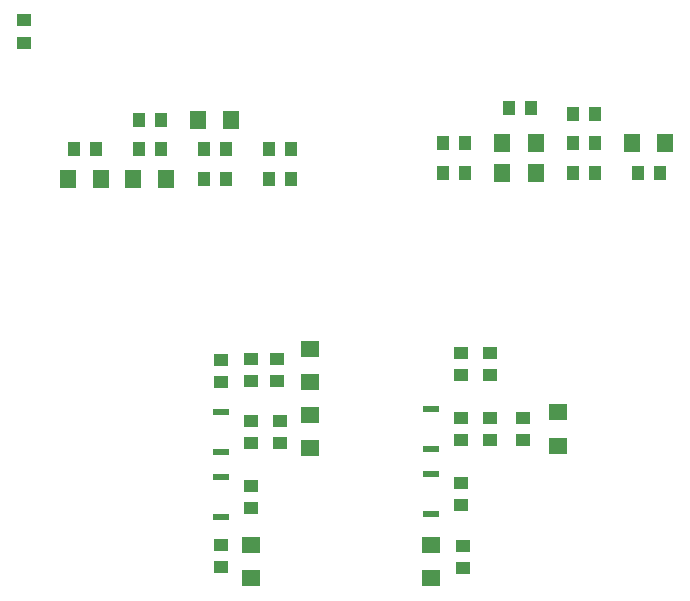
<source format=gbr>
G04 DipTrace 3.2.0.1*
G04 TopPaste.gbr*
%MOIN*%
G04 #@! TF.FileFunction,Paste,Top*
G04 #@! TF.Part,Single*
%ADD43R,0.055118X0.023622*%
%ADD45R,0.043307X0.051181*%
%ADD47R,0.051181X0.043307*%
%ADD49R,0.062992X0.055118*%
%ADD51R,0.055118X0.062992*%
%FSLAX26Y26*%
G04*
G70*
G90*
G75*
G01*
G04 TopPaste*
%LPD*%
D51*
X738189Y1870079D3*
X848425D3*
X2185039Y1889764D3*
X2295276D3*
Y1988189D3*
X2185039D3*
X1064961Y1870079D3*
X954724D3*
D49*
X1543307Y1190945D3*
Y1301181D3*
D47*
X1346457Y1062992D3*
Y988189D3*
X2045276Y1072835D3*
Y998031D3*
D45*
X2710630Y1889764D3*
X2635827D3*
D49*
X1946850Y649606D3*
Y539370D3*
X1346457Y647638D3*
Y537402D3*
D45*
X2419291Y2086614D3*
X2494094D3*
X972441Y1968504D3*
X1047244D3*
X1263780Y1870079D3*
X1188976D3*
D47*
X2251969Y998031D3*
Y1072835D3*
X2055118Y570866D3*
Y645669D3*
X1248031Y1190945D3*
Y1265748D3*
Y574803D3*
Y649606D3*
D43*
X1946850Y1102362D3*
Y968504D3*
Y751969D3*
Y885827D3*
X1248031Y1092520D3*
Y958661D3*
Y742126D3*
Y875984D3*
D47*
X590551Y2322835D3*
Y2397638D3*
D45*
X755906Y1968504D3*
X830709D3*
X2494094Y1988189D3*
X2419291D3*
X2281496Y2106299D3*
X2206693D3*
D51*
X2728346Y1988189D3*
X2618110D3*
D45*
X2061024Y1889764D3*
X1986220D3*
X2061024Y1988189D3*
X1986220D3*
X2419291Y1889764D3*
X2494094D3*
X1188976Y1968504D3*
X1263780D3*
D49*
X2370079Y1090551D3*
Y980315D3*
D47*
X2045276Y856299D3*
Y781496D3*
Y1214567D3*
Y1289370D3*
D45*
X1405512Y1968504D3*
X1480315D3*
X1047244Y2066929D3*
X972441D3*
D47*
X2143701Y1072835D3*
Y998031D3*
Y1289370D3*
Y1214567D3*
X1444882Y1062992D3*
Y988189D3*
X1346457Y846457D3*
Y771654D3*
X1435039Y1269685D3*
Y1194882D3*
X1346457Y1269685D3*
Y1194882D3*
D49*
X1543307Y1080709D3*
Y970472D3*
D51*
X1171260Y2066929D3*
X1281496D3*
D45*
X1480315Y1870079D3*
X1405512D3*
M02*

</source>
